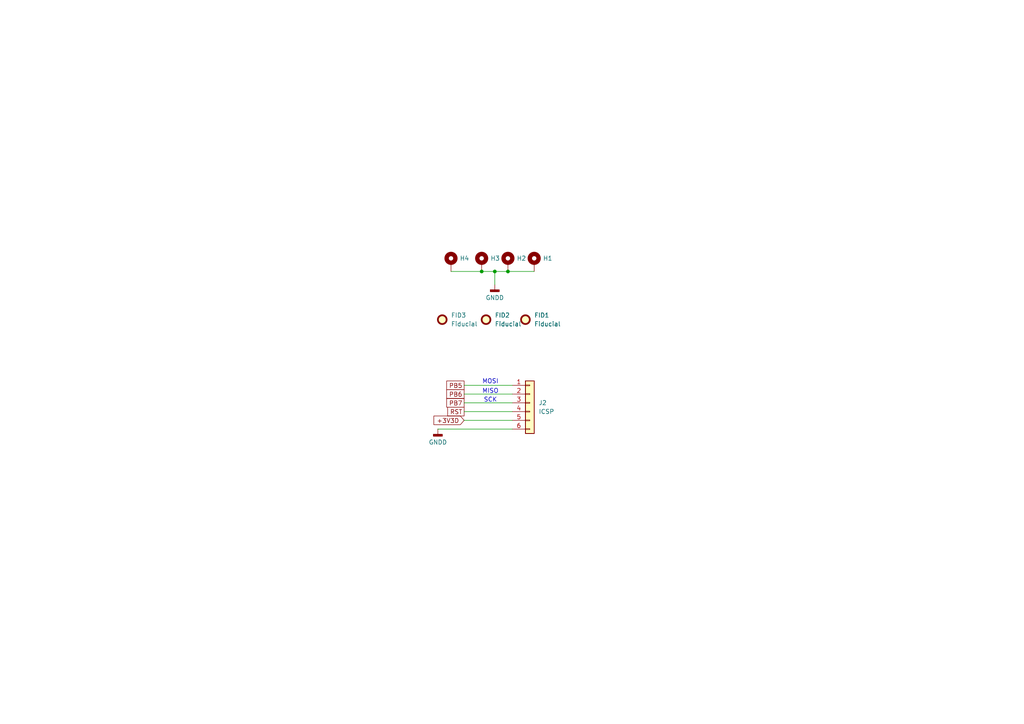
<source format=kicad_sch>
(kicad_sch (version 20250114) (generator "eeschema") (generator_version "9.0")
  (paper "A4")
  (lib_symbols
    (symbol "Connector_Generic:Conn_01x06" (pin_names (offset 1.016) (hide yes))
      (property "Reference" "J" (at 0 7.62 0))
      (property "Value" "Conn_01x06" (at 0 -10.16 0))
      (symbol "Conn_01x06_1_1"
        (rectangle (start -1.27 6.35) (end 1.27 -8.89) (stroke (width 0.254)) (fill (type background)))
        (rectangle (start -1.27 5.207) (end 0 4.953) (stroke (width 0.1524)))
        (rectangle (start -1.27 2.667) (end 0 2.413) (stroke (width 0.1524)))
        (rectangle (start -1.27 0.127) (end 0 -0.127) (stroke (width 0.1524)))
        (rectangle (start -1.27 -2.413) (end 0 -2.667) (stroke (width 0.1524)))
        (rectangle (start -1.27 -4.953) (end 0 -5.207) (stroke (width 0.1524)))
        (rectangle (start -1.27 -7.493) (end 0 -7.747) (stroke (width 0.1524)))
        (pin passive line (at -5.08 5.08 0) (length 3.81) (name "Pin_1") (number "1"))
        (pin passive line (at -5.08 2.54 0) (length 3.81) (name "Pin_2") (number "2"))
        (pin passive line (at -5.08 0 0) (length 3.81) (name "Pin_3") (number "3"))
        (pin passive line (at -5.08 -2.54 0) (length 3.81) (name "Pin_4") (number "4"))
        (pin passive line (at -5.08 -5.08 0) (length 3.81) (name "Pin_5") (number "5"))
        (pin passive line (at -5.08 -7.62 0) (length 3.81) (name "Pin_6") (number "6"))
      )
    )
    (symbol "Mechanical:Fiducial" (in_bom no)
      (property "Reference" "FID" (at 0 5.08 0))
      (property "Value" "Fiducial" (at 0 3.175 0))
      (symbol "Fiducial_0_1"
        (circle (center 0 0) (radius 1.27) (stroke (width 0.508)) (fill (type background)))
      )
    )
    (symbol "Mechanical:MountingHole_Pad" (pin_numbers (hide yes)) (pin_names (offset 1.016) (hide yes)) (in_bom no)
      (property "Reference" "H" (at 0 6.35 0))
      (property "Value" "MountingHole_Pad" (at 0 4.445 0))
      (symbol "MountingHole_Pad_0_1"
        (circle (center 0 1.27) (radius 1.27) (stroke (width 1.27)))
      )
      (symbol "MountingHole_Pad_1_1"
        (pin input line (at 0 -2.54 90) (length 2.54) (name "1") (number "1"))
      )
    )
    (symbol "power:GNDD" (power) (pin_numbers (hide yes)) (pin_names (offset 0) (hide yes))
      (property "Value" "GNDD" (at 0 -3.175 0))
      (symbol "GNDD_0_1"
        (rectangle (start -1.27 -1.524) (end 1.27 -2.032) (stroke (width 0.254)) (fill (type outline)))
        (polyline (pts (xy 0 0) (xy 0 -1.524)))
      )
      (symbol "GNDD_1_1"
        (pin power_in line (at 0 0 270) (length 0) (name "~") (number "1"))
      )
    )
  )
  (text "MISO\n" (at 142.24 113.538 0) (effects (font (size 1.27 1.27))))
  (text "MOSI\n" (at 142.24 110.744 0) (effects (font (size 1.27 1.27))))
  (text "SCK\n" (at 142.24 116.078 0) (effects (font (size 1.27 1.27))))
  (junction (at 147.32 78.74))
  (junction (at 143.51 78.74))
  (junction (at 139.7 78.74))
  (wire (pts (xy 143.51 78.74) (xy 143.51 82.55)))
  (wire (pts (xy 134.62 119.38) (xy 148.59 119.38)))
  (wire (pts (xy 139.7 78.74) (xy 143.51 78.74)))
  (wire (pts (xy 130.81 78.74) (xy 139.7 78.74)))
  (wire (pts (xy 147.32 78.74) (xy 154.94 78.74)))
  (wire (pts (xy 143.51 78.74) (xy 147.32 78.74)))
  (wire (pts (xy 134.62 111.76) (xy 148.59 111.76)))
  (wire (pts (xy 134.62 121.92) (xy 148.59 121.92)))
  (wire (pts (xy 134.62 114.3) (xy 148.59 114.3)))
  (wire (pts (xy 127 124.46) (xy 148.59 124.46)))
  (wire (pts (xy 134.62 116.84) (xy 148.59 116.84)))
  (global_label "RST" (shape passive) (at 134.62 119.38 180) (property "Intersheetrefs" "${INTERSHEET_REFS}" (effects (hide yes))))
  (global_label "PB7" (shape passive) (at 134.62 116.84 180) (property "Intersheetrefs" "${INTERSHEET_REFS}" (effects (hide yes))))
  (global_label "+3V3D" (shape input) (at 134.62 121.92 180) (property "Intersheetrefs" "${INTERSHEET_REFS}" (effects (hide yes))))
  (global_label "PB6" (shape passive) (at 134.62 114.3 180) (property "Intersheetrefs" "${INTERSHEET_REFS}" (effects (hide yes))))
  (global_label "PB5" (shape passive) (at 134.62 111.76 180) (property "Intersheetrefs" "${INTERSHEET_REFS}" (effects (hide yes))))
  (symbol (lib_id "Connector_Generic:Conn_01x06") (at 153.67 116.84 0) (unit 1)
    (property "Reference" "J2" (at 156.21 116.8399 0) (effects (justify left)))
    (property "Value" "ICSP" (at 156.21 119.3799 0) (effects (justify left)))
    (property "Footprint" "Connector_PinHeader_2.54mm:PinHeader_1x06_P2.54mm_Vertical" (effects (hide yes)))
    (property "Description" "Generic connector, single row, 01x06, script generated (kicad-library-utils/schlib/autogen/connector/)" (effects (hide yes)))
  )
  (symbol (lib_id "Mechanical:Fiducial") (at 128.27 92.71 90) (unit 1) (in_bom no)
    (property "Reference" "FID3" (at 130.81 91.4399 90) (effects (justify right)))
    (property "Value" "Fiducial" (at 130.81 93.9799 90) (effects (justify right)))
    (property "Footprint" "Fiducial:Fiducial_1.5mm_Mask3mm" (effects (hide yes)))
    (property "Description" "Fiducial Marker" (effects (hide yes)))
  )
  (symbol (lib_id "Mechanical:Fiducial") (at 140.97 92.71 90) (unit 1) (in_bom no)
    (property "Reference" "FID2" (at 143.51 91.4399 90) (effects (justify right)))
    (property "Value" "Fiducial" (at 143.51 93.9799 90) (effects (justify right)))
    (property "Footprint" "Fiducial:Fiducial_1.5mm_Mask3mm" (effects (hide yes)))
    (property "Description" "Fiducial Marker" (effects (hide yes)))
  )
  (symbol (lib_id "Mechanical:MountingHole_Pad") (at 147.32 76.2 0) (unit 1) (in_bom no)
    (property "Reference" "H2" (at 149.86 74.9299 0) (effects (justify left)))
    (property "Value" "MountingHole_Pad" (effects (hide yes)))
    (property "Footprint" "MountingHole:MountingHole_2.5mm_Pad" (effects (hide yes)))
    (property "Description" "Mounting Hole with connection" (effects (hide yes)))
  )
  (symbol (lib_id "Mechanical:Fiducial") (at 152.4 92.71 90) (unit 1) (in_bom no)
    (property "Reference" "FID1" (at 154.94 91.4399 90) (effects (justify right)))
    (property "Value" "Fiducial" (at 154.94 93.9799 90) (effects (justify right)))
    (property "Footprint" "Fiducial:Fiducial_1.5mm_Mask3mm" (effects (hide yes)))
    (property "Description" "Fiducial Marker" (effects (hide yes)))
  )
  (symbol (lib_id "Mechanical:MountingHole_Pad") (at 130.81 76.2 0) (unit 1) (in_bom no)
    (property "Reference" "H4" (at 133.35 74.9299 0) (effects (justify left)))
    (property "Value" "MountingHole_Pad" (effects (hide yes)))
    (property "Footprint" "MountingHole:MountingHole_2.5mm_Pad" (effects (hide yes)))
    (property "Description" "Mounting Hole with connection" (effects (hide yes)))
  )
  (symbol (lib_id "Mechanical:MountingHole_Pad") (at 139.7 76.2 0) (unit 1) (in_bom no)
    (property "Reference" "H3" (at 142.24 74.9299 0) (effects (justify left)))
    (property "Value" "MountingHole_Pad" (effects (hide yes)))
    (property "Footprint" "MountingHole:MountingHole_2.5mm_Pad" (effects (hide yes)))
    (property "Description" "Mounting Hole with connection" (effects (hide yes)))
  )
  (symbol (lib_id "power:GNDD") (at 127 124.46 0) (unit 1)
    (property "Reference" "#PWR017" (effects (hide yes)))
    (property "Value" "GNDD" (at 127 128.27 0))
    (property "Description" "Power symbol creates a global label with name \"GNDD\" , digital ground" (effects (hide yes)))
  )
  (symbol (lib_id "Mechanical:MountingHole_Pad") (at 154.94 76.2 0) (unit 1) (in_bom no)
    (property "Reference" "H1" (at 157.48 74.9299 0) (effects (justify left)))
    (property "Value" "MountingHole_Pad" (effects (hide yes)))
    (property "Footprint" "MountingHole:MountingHole_2.5mm_Pad" (effects (hide yes)))
    (property "Description" "Mounting Hole with connection" (effects (hide yes)))
  )
  (symbol (lib_id "power:GNDD") (at 143.51 82.55 0) (unit 1)
    (property "Reference" "#PWR016" (effects (hide yes)))
    (property "Value" "GNDD" (at 143.51 86.36 0))
    (property "Description" "Power symbol creates a global label with name \"GNDD\" , digital ground" (effects (hide yes)))
  )
)
</source>
